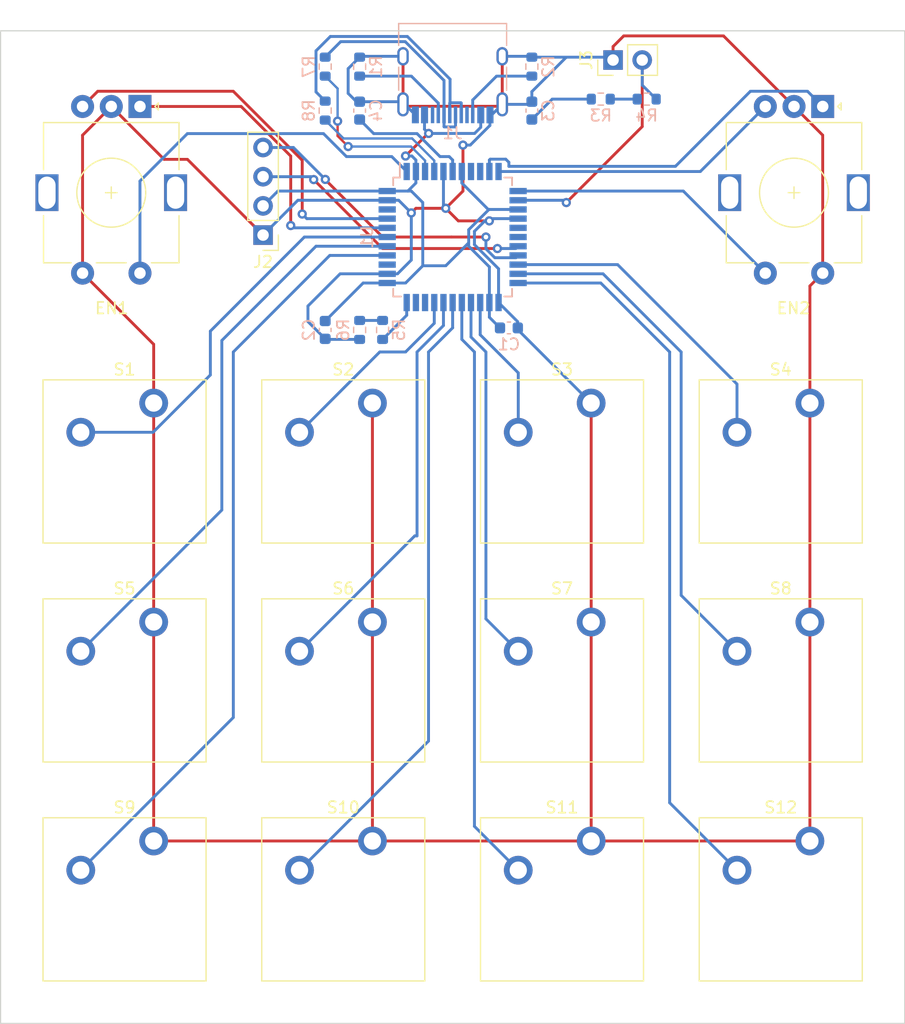
<source format=kicad_pcb>
(kicad_pcb (version 20221018) (generator pcbnew)
  (layers (0 "F.Cu" signal) (31 "B.Cu" signal) (34 "B.Paste" user) (35 "F.Paste" user) (36 "B.SilkS" user "B.Silkscreen") (37 "F.SilkS" user "F.Silkscreen") (38 "B.Mask" user) (39 "F.Mask" user) (44 "Edge.Cuts" user))
  (net 0 "")
  (net 1 "Rotary 1 A")
  (net 2 "Rotary 1 B")
  (net 3 "GND")
  (net 4 "Rotary 2 B")
  (net 5 "Rotary 2 A")
  (net 6 "S1")
  (net 7 "S2")
  (net 8 "S3")
  (net 9 "S4")
  (net 10 "S5")
  (net 11 "S6")
  (net 12 "S7")
  (net 13 "S8")
  (net 14 "S9")
  (net 15 "D-")
  (net 16 "D+")
  (net 17 "Net-(J1-CC1)")
  (net 18 "Net-(J1-CC2)")
  (net 19 "S10")
  (net 20 "S11")
  (net 21 "S12")
  (net 22 "S13")
  (net 23 "S14")
  (net 24 "+5V")
  (net 31 "SDA")
  (net 32 "SCL")
  (net 33 "Net-(U1-UCAP)")
  (net 34 "Reset")
  (net 35 "Net-(R3-Pad2)")
  (net 36 "Net-(U1-~{HWB}{slash}PE2)")
  (net 37 "Net-(R5-Pad2)")
  (net 40 "Net-(J1-D+-PadA6)")
  (net 41 "Net-(J1-D--PadA7)")
  (footprint "ScottoKeebs_MX:MX_PCB_1.00u" (layer "F.Cu") (at 136.46375 103.04375)
    (fp_text reference "S6" (at 0 -8) (layer "F.SilkS"))
    (fp_text value "Keyswitch")
    (pad "" np_thru_hole circle (at -5.08 0) (size 1.75 1.75) (drill 1.75) (layers "*.Cu" "*.Mask"))
    (pad "" np_thru_hole circle (at 0 0) (size 4 4) (drill 4) (layers "*.Cu" "*.Mask"))
    (pad "" np_thru_hole circle (at 5.08 0) (size 1.75 1.75) (drill 1.75) (layers "*.Cu" "*.Mask"))
    (pad "1" thru_hole circle (at -3.81 -2.54) (size 2.5 2.5) (drill 1.5) (layers "*.Cu" "*.Mask") (net 11 "S6"))
    (pad "2" thru_hole circle (at 2.54 -5.08) (size 2.5 2.5) (drill 1.5) (layers "*.Cu" "*.Mask") (net 3 "GND"))
  )
  (footprint "ScottoKeebs_MX:MX_PCB_1.00u" (layer "F.Cu") (at 174.56375 83.99375)
    (fp_text reference "S4" (at 0 -8) (layer "F.SilkS"))
    (fp_text value "Keyswitch")
    (pad "" np_thru_hole circle (at -5.08 0) (size 1.75 1.75) (drill 1.75) (layers "*.Cu" "*.Mask"))
    (pad "" np_thru_hole circle (at 0 0) (size 4 4) (drill 4) (layers "*.Cu" "*.Mask"))
    (pad "" np_thru_hole circle (at 5.08 0) (size 1.75 1.75) (drill 1.75) (layers "*.Cu" "*.Mask"))
    (pad "1" thru_hole circle (at -3.81 -2.54) (size 2.5 2.5) (drill 1.5) (layers "*.Cu" "*.Mask") (net 9 "S4"))
    (pad "2" thru_hole circle (at 2.54 -5.08) (size 2.5 2.5) (drill 1.5) (layers "*.Cu" "*.Mask") (net 3 "GND"))
  )
  (footprint "ScottoKeebs_MX:MX_PCB_1.00u" (layer "F.Cu") (at 136.46375 83.99375)
    (fp_text reference "S2" (at 0 -8) (layer "F.SilkS"))
    (fp_text value "Keyswitch")
    (pad "" np_thru_hole circle (at -5.08 0) (size 1.75 1.75) (drill 1.75) (layers "*.Cu" "*.Mask"))
    (pad "" np_thru_hole circle (at 0 0) (size 4 4) (drill 4) (layers "*.Cu" "*.Mask"))
    (pad "" np_thru_hole circle (at 5.08 0) (size 1.75 1.75) (drill 1.75) (layers "*.Cu" "*.Mask"))
    (pad "1" thru_hole circle (at -3.81 -2.54) (size 2.5 2.5) (drill 1.5) (layers "*.Cu" "*.Mask") (net 7 "S2"))
    (pad "2" thru_hole circle (at 2.54 -5.08) (size 2.5 2.5) (drill 1.5) (layers "*.Cu" "*.Mask") (net 3 "GND"))
  )
  (footprint "ScottoKeebs_MX:MX_PCB_1.00u" (layer "F.Cu") (at 174.56375 122.09375)
    (fp_text reference "S12" (at 0 -8) (layer "F.SilkS"))
    (fp_text value "Keyswitch")
    (pad "" np_thru_hole circle (at -5.08 0) (size 1.75 1.75) (drill 1.75) (layers "*.Cu" "*.Mask"))
    (pad "" np_thru_hole circle (at 0 0) (size 4 4) (drill 4) (layers "*.Cu" "*.Mask"))
    (pad "" np_thru_hole circle (at 5.08 0) (size 1.75 1.75) (drill 1.75) (layers "*.Cu" "*.Mask"))
    (pad "1" thru_hole circle (at -3.81 -2.54) (size 2.5 2.5) (drill 1.5) (layers "*.Cu" "*.Mask") (net 21 "S12"))
    (pad "2" thru_hole circle (at 2.54 -5.08) (size 2.5 2.5) (drill 1.5) (layers "*.Cu" "*.Mask") (net 3 "GND"))
  )
  (footprint "ScottoKeebs_MX:MX_PCB_1.00u" (layer "F.Cu") (at 117.41375 103.04375)
    (fp_text reference "S5" (at 0 -8) (layer "F.SilkS"))
    (fp_text value "Keyswitch")
    (pad "" np_thru_hole circle (at -5.08 0) (size 1.75 1.75) (drill 1.75) (layers "*.Cu" "*.Mask"))
    (pad "" np_thru_hole circle (at 0 0) (size 4 4) (drill 4) (layers "*.Cu" "*.Mask"))
    (pad "" np_thru_hole circle (at 5.08 0) (size 1.75 1.75) (drill 1.75) (layers "*.Cu" "*.Mask"))
    (pad "1" thru_hole circle (at -3.81 -2.54) (size 2.5 2.5) (drill 1.5) (layers "*.Cu" "*.Mask") (net 10 "S5"))
    (pad "2" thru_hole circle (at 2.54 -5.08) (size 2.5 2.5) (drill 1.5) (layers "*.Cu" "*.Mask") (net 3 "GND"))
  )
  (footprint "ScottoKeebs_MX:MX_PCB_1.00u" (layer "F.Cu") (at 155.51375 83.99375)
    (fp_text reference "S3" (at 0 -8) (layer "F.SilkS"))
    (fp_text value "Keyswitch")
    (pad "" np_thru_hole circle (at -5.08 0) (size 1.75 1.75) (drill 1.75) (layers "*.Cu" "*.Mask"))
    (pad "" np_thru_hole circle (at 0 0) (size 4 4) (drill 4) (layers "*.Cu" "*.Mask"))
    (pad "" np_thru_hole circle (at 5.08 0) (size 1.75 1.75) (drill 1.75) (layers "*.Cu" "*.Mask"))
    (pad "1" thru_hole circle (at -3.81 -2.54) (size 2.5 2.5) (drill 1.5) (layers "*.Cu" "*.Mask") (net 8 "S3"))
    (pad "2" thru_hole circle (at 2.54 -5.08) (size 2.5 2.5) (drill 1.5) (layers "*.Cu" "*.Mask") (net 3 "GND"))
  )
  (footprint "ScottoKeebs_MX:MX_PCB_1.00u" (layer "F.Cu") (at 155.51375 122.09375)
    (fp_text reference "S11" (at 0 -8) (layer "F.SilkS"))
    (fp_text value "Keyswitch")
    (pad "" np_thru_hole circle (at -5.08 0) (size 1.75 1.75) (drill 1.75) (layers "*.Cu" "*.Mask"))
    (pad "" np_thru_hole circle (at 0 0) (size 4 4) (drill 4) (layers "*.Cu" "*.Mask"))
    (pad "" np_thru_hole circle (at 5.08 0) (size 1.75 1.75) (drill 1.75) (layers "*.Cu" "*.Mask"))
    (pad "1" thru_hole circle (at -3.81 -2.54) (size 2.5 2.5) (drill 1.5) (layers "*.Cu" "*.Mask") (net 20 "S11"))
    (pad "2" thru_hole circle (at 2.54 -5.08) (size 2.5 2.5) (drill 1.5) (layers "*.Cu" "*.Mask") (net 3 "GND"))
  )
  (footprint "ScottoKeebs_MX:MX_PCB_1.00u" (layer "F.Cu") (at 117.41375 122.09375)
    (fp_text reference "S9" (at 0 -8) (layer "F.SilkS"))
    (fp_text value "Keyswitch")
    (pad "" np_thru_hole circle (at -5.08 0) (size 1.75 1.75) (drill 1.75) (layers "*.Cu" "*.Mask"))
    (pad "" np_thru_hole circle (at 0 0) (size 4 4) (drill 4) (layers "*.Cu" "*.Mask"))
    (pad "" np_thru_hole circle (at 5.08 0) (size 1.75 1.75) (drill 1.75) (layers "*.Cu" "*.Mask"))
    (pad "1" thru_hole circle (at -3.81 -2.54) (size 2.5 2.5) (drill 1.5) (layers "*.Cu" "*.Mask") (net 14 "S9"))
    (pad "2" thru_hole circle (at 2.54 -5.08) (size 2.5 2.5) (drill 1.5) (layers "*.Cu" "*.Mask") (net 3 "GND"))
  )
  (footprint "Connector_PinHeader_2.54mm:PinHeader_1x02_P2.54mm_Vertical" (layer "F.Cu") (at 159.95875 49.06875 90)
    (fp_text reference "J3" (at 0 -2.33 90) (layer "F.SilkS"))
    (fp_text value "Reset")
    (pad "1" thru_hole rect (at 0 0 90) (size 1.7 1.7) (drill 1) (layers "*.Cu" "*.Mask") (net 3 "GND"))
    (pad "2" thru_hole oval (at 0 2.54 90) (size 1.7 1.7) (drill 1) (layers "*.Cu" "*.Mask") (net 34 "Reset"))
  )
  (footprint "ScottoKeebs_MX:MX_PCB_1.00u" (layer "F.Cu") (at 136.46375 122.09375)
    (fp_text reference "S10" (at 0 -8) (layer "F.SilkS"))
    (fp_text value "Keyswitch")
    (pad "" np_thru_hole circle (at -5.08 0) (size 1.75 1.75) (drill 1.75) (layers "*.Cu" "*.Mask"))
    (pad "" np_thru_hole circle (at 0 0) (size 4 4) (drill 4) (layers "*.Cu" "*.Mask"))
    (pad "" np_thru_hole circle (at 5.08 0) (size 1.75 1.75) (drill 1.75) (layers "*.Cu" "*.Mask"))
    (pad "1" thru_hole circle (at -3.81 -2.54) (size 2.5 2.5) (drill 1.5) (layers "*.Cu" "*.Mask") (net 19 "S10"))
    (pad "2" thru_hole circle (at 2.54 -5.08) (size 2.5 2.5) (drill 1.5) (layers "*.Cu" "*.Mask") (net 3 "GND"))
  )
  (footprint "Rotary_Encoder:RotaryEncoder_Alps_EC11E-Switch_Vertical_H20mm" (layer "F.Cu") (at 178.21875 53.10875 -90)
    (fp_text reference "EN2" (at 17.55 2.54375) (layer "F.SilkS"))
    (fp_text value "RotaryEncoder_Switch")
    (pad "A" thru_hole rect (at 0 0 270) (size 2 2) (drill 1) (layers "*.Cu" "*.Mask") (net 4 "Rotary 2 B"))
    (pad "B" thru_hole circle (at 0 5 270) (size 2 2) (drill 1) (layers "*.Cu" "*.Mask") (net 5 "Rotary 2 A"))
    (pad "C" thru_hole circle (at 0 2.5 270) (size 2 2) (drill 1) (layers "*.Cu" "*.Mask") (net 3 "GND"))
    (pad "MP" thru_hole rect (at 7.5 -3.1 270) (size 3.2 2) (drill oval 2.8 1.5) (layers "*.Cu" "*.Mask"))
    (pad "MP" thru_hole rect (at 7.5 8.1 270) (size 3.2 2) (drill oval 2.8 1.5) (layers "*.Cu" "*.Mask"))
    (pad "S1" thru_hole circle (at 14.5 5 270) (size 2 2) (drill 1) (layers "*.Cu" "*.Mask") (net 23 "S14"))
    (pad "S2" thru_hole circle (at 14.5 0 270) (size 2 2) (drill 1) (layers "*.Cu" "*.Mask") (net 3 "GND"))
  )
  (footprint "ScottoKeebs_MX:MX_PCB_1.00u" (layer "F.Cu") (at 117.41375 83.99375)
    (fp_text reference "S1" (at 0 -8) (layer "F.SilkS"))
    (fp_text value "Keyswitch")
    (pad "" np_thru_hole circle (at -5.08 0) (size 1.75 1.75) (drill 1.75) (layers "*.Cu" "*.Mask"))
    (pad "" np_thru_hole circle (at 0 0) (size 4 4) (drill 4) (layers "*.Cu" "*.Mask"))
    (pad "" np_thru_hole circle (at 5.08 0) (size 1.75 1.75) (drill 1.75) (layers "*.Cu" "*.Mask"))
    (pad "1" thru_hole circle (at -3.81 -2.54) (size 2.5 2.5) (drill 1.5) (layers "*.Cu" "*.Mask") (net 6 "S1"))
    (pad "2" thru_hole circle (at 2.54 -5.08) (size 2.5 2.5) (drill 1.5) (layers "*.Cu" "*.Mask") (net 3 "GND"))
  )
  (footprint "Connector_PinHeader_2.54mm:PinHeader_1x04_P2.54mm_Vertical" (layer "F.Cu") (at 129.47875 64.29875 180)
    (fp_text reference "J2" (at 0 -2.33) (layer "F.SilkS"))
    (fp_text value "OLED")
    (pad "1" thru_hole rect (at 0 0 180) (size 1.7 1.7) (drill 1) (layers "*.Cu" "*.Mask") (net 3 "GND"))
    (pad "2" thru_hole oval (at 0 2.54 180) (size 1.7 1.7) (drill 1) (layers "*.Cu" "*.Mask") (net 24 "+5V"))
    (pad "3" thru_hole oval (at 0 5.08 180) (size 1.7 1.7) (drill 1) (layers "*.Cu" "*.Mask") (net 32 "SCL"))
    (pad "4" thru_hole oval (at 0 7.62 180) (size 1.7 1.7) (drill 1) (layers "*.Cu" "*.Mask") (net 31 "SDA"))
  )
  (footprint "ScottoKeebs_MX:MX_PCB_1.00u" (layer "F.Cu") (at 174.56375 103.04375)
    (fp_text reference "S8" (at 0 -8) (layer "F.SilkS"))
    (fp_text value "Keyswitch")
    (pad "" np_thru_hole circle (at -5.08 0) (size 1.75 1.75) (drill 1.75) (layers "*.Cu" "*.Mask"))
    (pad "" np_thru_hole circle (at 0 0) (size 4 4) (drill 4) (layers "*.Cu" "*.Mask"))
    (pad "" np_thru_hole circle (at 5.08 0) (size 1.75 1.75) (drill 1.75) (layers "*.Cu" "*.Mask"))
    (pad "1" thru_hole circle (at -3.81 -2.54) (size 2.5 2.5) (drill 1.5) (layers "*.Cu" "*.Mask") (net 13 "S8"))
    (pad "2" thru_hole circle (at 2.54 -5.08) (size 2.5 2.5) (drill 1.5) (layers "*.Cu" "*.Mask") (net 3 "GND"))
  )
  (footprint "ScottoKeebs_MX:MX_PCB_1.00u" (layer "F.Cu") (at 155.51375 103.04375)
    (fp_text reference "S7" (at 0 -8) (layer "F.SilkS"))
    (fp_text value "Keyswitch")
    (pad "" np_thru_hole circle (at -5.08 0) (size 1.75 1.75) (drill 1.75) (layers "*.Cu" "*.Mask"))
    (pad "" np_thru_hole circle (at 0 0) (size 4 4) (drill 4) (layers "*.Cu" "*.Mask"))
    (pad "" np_thru_hole circle (at 5.08 0) (size 1.75 1.75) (drill 1.75) (layers "*.Cu" "*.Mask"))
    (pad "1" thru_hole circle (at -3.81 -2.54) (size 2.5 2.5) (drill 1.5) (layers "*.Cu" "*.Mask") (net 12 "S7"))
    (pad "2" thru_hole circle (at 2.54 -5.08) (size 2.5 2.5) (drill 1.5) (layers "*.Cu" "*.Mask") (net 3 "GND"))
  )
  (footprint "Rotary_Encoder:RotaryEncoder_Alps_EC11E-Switch_Vertical_H20mm" (layer "F.Cu") (at 118.75875 53.10875 -90)
    (fp_text reference "EN1" (at 17.55 2.45625) (layer "F.SilkS"))
    (fp_text value "RotaryEncoder_Switch")
    (pad "A" thru_hole rect (at 0 0 270) (size 2 2) (drill 1) (layers "*.Cu" "*.Mask") (net 1 "Rotary 1 A"))
    (pad "B" thru_hole circle (at 0 5 270) (size 2 2) (drill 1) (layers "*.Cu" "*.Mask") (net 2 "Rotary 1 B"))
    (pad "C" thru_hole circle (at 0 2.5 270) (size 2 2) (drill 1) (layers "*.Cu" "*.Mask") (net 3 "GND"))
    (pad "MP" thru_hole rect (at 7.5 -3.1 270) (size 3.2 2) (drill oval 2.8 1.5) (layers "*.Cu" "*.Mask"))
    (pad "MP" thru_hole rect (at 7.5 8.1 270) (size 3.2 2) (drill oval 2.8 1.5) (layers "*.Cu" "*.Mask"))
    (pad "S1" thru_hole circle (at 14.5 5 270) (size 2 2) (drill 1) (layers "*.Cu" "*.Mask") (net 3 "GND"))
    (pad "S2" thru_hole circle (at 14.5 0 270) (size 2 2) (drill 1) (layers "*.Cu" "*.Mask") (net 22 "S13"))
  )
  (footprint "Resistor_SMD:R_0603_1608Metric" (layer "B.Cu") (at 162.88875 52.46875)
    (fp_text reference "R4" (at 0 1.43) (layer "B.SilkS") (effects (justify mirror)))
    (fp_text value "5.1k")
    (pad "1" smd roundrect (at -0.825 0) (size 0.8 0.95) (layers "B.Cu" "B.Paste" "B.Mask") (net 35 "Net-(R3-Pad2)"))
    (pad "2" smd roundrect (at 0.825 0) (size 0.8 0.95) (layers "B.Cu" "B.Paste" "B.Mask") (net 34 "Reset"))
  )
  (footprint "Capacitor_SMD:C_0603_1608Metric" (layer "B.Cu") (at 137.88875 53.46875 90)
    (fp_text reference "C4" (at 0 1.43 90) (layer "B.SilkS") (effects (justify mirror)))
    (fp_text value "1uF")
    (pad "1" smd roundrect (at -0.775 0 90) (size 0.9 0.95) (layers "B.Cu" "B.Paste" "B.Mask") (net 33 "Net-(U1-UCAP)"))
    (pad "2" smd roundrect (at 0.775 0 90) (size 0.9 0.95) (layers "B.Cu" "B.Paste" "B.Mask") (net 3 "GND"))
  )
  (footprint "Capacitor_SMD:C_0603_1608Metric" (layer "B.Cu") (at 150.88875 72.375)
    (fp_text reference "C1" (at 0 1.43) (layer "B.SilkS") (effects (justify mirror)))
    (fp_text value "100nF")
    (pad "1" smd roundrect (at -0.775 0) (size 0.9 0.95) (layers "B.Cu" "B.Paste" "B.Mask") (net 24 "+5V"))
    (pad "2" smd roundrect (at 0.775 0) (size 0.9 0.95) (layers "B.Cu" "B.Paste" "B.Mask") (net 3 "GND"))
  )
  (footprint "Capacitor_SMD:C_0603_1608Metric" (layer "B.Cu") (at 134.88875 72.55 -90)
    (fp_text reference "C2" (at 0 1.43 90) (layer "B.SilkS") (effects (justify mirror)))
    (fp_text value "100nF")
    (pad "1" smd roundrect (at -0.775 0 270) (size 0.9 0.95) (layers "B.Cu" "B.Paste" "B.Mask") (net 24 "+5V"))
    (pad "2" smd roundrect (at 0.775 0 270) (size 0.9 0.95) (layers "B.Cu" "B.Paste" "B.Mask") (net 3 "GND"))
  )
  (footprint "Resistor_SMD:R_0603_1608Metric" (layer "B.Cu") (at 139.88875 72.55 90)
    (fp_text reference "R5" (at 0 1.43 90) (layer "B.SilkS") (effects (justify mirror)))
    (fp_text value "5.1k")
    (pad "1" smd roundrect (at -0.825 0 90) (size 0.8 0.95) (layers "B.Cu" "B.Paste" "B.Mask") (net 36 "Net-(U1-~{HWB}{slash}PE2)"))
    (pad "2" smd roundrect (at 0.825 0 90) (size 0.8 0.95) (layers "B.Cu" "B.Paste" "B.Mask") (net 37 "Net-(R5-Pad2)"))
  )
  (footprint "Resistor_SMD:R_0603_1608Metric" (layer "B.Cu") (at 152.88875 49.64375 90)
    (fp_text reference "R2" (at 0 1.43 90) (layer "B.SilkS") (effects (justify mirror)))
    (fp_text value "5.1k")
    (pad "1" smd roundrect (at -0.825 0 90) (size 0.8 0.95) (layers "B.Cu" "B.Paste" "B.Mask") (net 18 "Net-(J1-CC2)"))
    (pad "2" smd roundrect (at 0.825 0 90) (size 0.8 0.95) (layers "B.Cu" "B.Paste" "B.Mask") (net 3 "GND"))
  )
  (footprint "Resistor_SMD:R_0603_1608Metric" (layer "B.Cu") (at 134.88875 49.64375 -90)
    (fp_text reference "R7" (at 0 1.43 90) (layer "B.SilkS") (effects (justify mirror)))
    (fp_text value "22")
    (pad "1" smd roundrect (at -0.825 0 270) (size 0.8 0.95) (layers "B.Cu" "B.Paste" "B.Mask") (net 41 "Net-(J1-D--PadA7)"))
    (pad "2" smd roundrect (at 0.825 0 270) (size 0.8 0.95) (layers "B.Cu" "B.Paste" "B.Mask") (net 15 "D-"))
  )
  (footprint "Resistor_SMD:R_0603_1608Metric" (layer "B.Cu") (at 158.88875 52.46875)
    (fp_text reference "R3" (at 0 1.43) (layer "B.SilkS") (effects (justify mirror)))
    (fp_text value "5.1k")
    (pad "1" smd roundrect (at -0.825 0) (size 0.8 0.95) (layers "B.Cu" "B.Paste" "B.Mask") (net 24 "+5V"))
    (pad "2" smd roundrect (at 0.825 0) (size 0.8 0.95) (layers "B.Cu" "B.Paste" "B.Mask") (net 35 "Net-(R3-Pad2)"))
  )
  (footprint "Package_QFP:TQFP-44_10x10mm_P0.8mm" (layer "B.Cu") (at 145.98875 64.46875 -90)
    (fp_text reference "U1" (at 0 7.45 -270) (layer "B.SilkS") (effects (justify mirror)))
    (fp_text value "ATMEGA32U4-AUR")
    (pad "1" smd rect (at -5.7 4 270) (size 1.5 0.55) (layers "B.Cu" "B.Paste" "B.Mask") (net 22 "S13"))
    (pad "2" smd rect (at -5.7 3.2 270) (size 1.5 0.55) (layers "B.Cu" "B.Paste" "B.Mask") (net 24 "+5V"))
    (pad "3" smd rect (at -5.7 2.4 270) (size 1.5 0.55) (layers "B.Cu" "B.Paste" "B.Mask") (net 15 "D-"))
    (pad "4" smd rect (at -5.7 1.6 270) (size 1.5 0.55) (layers "B.Cu" "B.Paste" "B.Mask") (net 16 "D+"))
    (pad "5" smd rect (at -5.7 0.8 270) (size 1.5 0.55) (layers "B.Cu" "B.Paste" "B.Mask") (net 3 "GND"))
    (pad "6" smd rect (at -5.7 0 270) (size 1.5 0.55) (layers "B.Cu" "B.Paste" "B.Mask") (net 33 "Net-(U1-UCAP)"))
    (pad "7" smd rect (at -5.7 -0.8 270) (size 1.5 0.55) (layers "B.Cu" "B.Paste" "B.Mask") (net 24 "+5V"))
    (pad "8" smd rect (at -5.7 -1.6 270) (size 1.5 0.55) (layers "B.Cu" "B.Paste" "B.Mask"))
    (pad "9" smd rect (at -5.7 -2.4 270) (size 1.5 0.55) (layers "B.Cu" "B.Paste" "B.Mask"))
    (pad "10" smd rect (at -5.7 -3.2 270) (size 1.5 0.55) (layers "B.Cu" "B.Paste" "B.Mask") (net 4 "Rotary 2 B"))
    (pad "11" smd rect (at -5.7 -4 270) (size 1.5 0.55) (layers "B.Cu" "B.Paste" "B.Mask") (net 5 "Rotary 2 A"))
    (pad "12" smd rect (at -4 -5.7 180) (size 1.5 0.55) (layers "B.Cu" "B.Paste" "B.Mask") (net 23 "S14"))
    (pad "13" smd rect (at -3.2 -5.7 180) (size 1.5 0.55) (layers "B.Cu" "B.Paste" "B.Mask") (net 34 "Reset"))
    (pad "14" smd rect (at -2.4 -5.7 180) (size 1.5 0.55) (layers "B.Cu" "B.Paste" "B.Mask") (net 24 "+5V"))
    (pad "15" smd rect (at -1.6 -5.7 180) (size 1.5 0.55) (layers "B.Cu" "B.Paste" "B.Mask") (net 3 "GND"))
    (pad "16" smd rect (at -0.8 -5.7 180) (size 1.5 0.55) (layers "B.Cu" "B.Paste" "B.Mask"))
    (pad "17" smd rect (at 0 -5.7 180) (size 1.5 0.55) (layers "B.Cu" "B.Paste" "B.Mask"))
    (pad "18" smd rect (at 0.8 -5.7 180) (size 1.5 0.55) (layers "B.Cu" "B.Paste" "B.Mask") (net 32 "SCL"))
    (pad "19" smd rect (at 1.6 -5.7 180) (size 1.5 0.55) (layers "B.Cu" "B.Paste" "B.Mask") (net 31 "SDA"))
    (pad "20" smd rect (at 2.4 -5.7 180) (size 1.5 0.55) (layers "B.Cu" "B.Paste" "B.Mask") (net 9 "S4"))
    (pad "21" smd rect (at 3.2 -5.7 180) (size 1.5 0.55) (layers "B.Cu" "B.Paste" "B.Mask") (net 13 "S8"))
    (pad "22" smd rect (at 4 -5.7 180) (size 1.5 0.55) (layers "B.Cu" "B.Paste" "B.Mask") (net 21 "S12"))
    (pad "23" smd rect (at 5.7 -4 270) (size 1.5 0.55) (layers "B.Cu" "B.Paste" "B.Mask") (net 3 "GND"))
    (pad "24" smd rect (at 5.7 -3.2 270) (size 1.5 0.55) (layers "B.Cu" "B.Paste" "B.Mask") (net 24 "+5V"))
    (pad "25" smd rect (at 5.7 -2.4 270) (size 1.5 0.55) (layers "B.Cu" "B.Paste" "B.Mask") (net 8 "S3"))
    (pad "26" smd rect (at 5.7 -1.6 270) (size 1.5 0.55) (layers "B.Cu" "B.Paste" "B.Mask") (net 12 "S7"))
    (pad "27" smd rect (at 5.7 -0.8 270) (size 1.5 0.55) (layers "B.Cu" "B.Paste" "B.Mask") (net 20 "S11"))
    (pad "28" smd rect (at 5.7 0 270) (size 1.5 0.55) (layers "B.Cu" "B.Paste" "B.Mask") (net 19 "S10"))
    (pad "29" smd rect (at 5.7 0.8 270) (size 1.5 0.55) (layers "B.Cu" "B.Paste" "B.Mask") (net 11 "S6"))
    (pad "30" smd rect (at 5.7 1.6 270) (size 1.5 0.55) (layers "B.Cu" "B.Paste" "B.Mask") (net 7 "S2"))
    (pad "31" smd rect (at 5.7 2.4 270) (size 1.5 0.55) (layers "B.Cu" "B.Paste" "B.Mask"))
    (pad "32" smd rect (at 5.7 3.2 270) (size 1.5 0.55) (layers "B.Cu" "B.Paste" "B.Mask"))
    (pad "33" smd rect (at 5.7 4 270) (size 1.5 0.55) (layers "B.Cu" "B.Paste" "B.Mask") (net 36 "Net-(U1-~{HWB}{slash}PE2)"))
    (pad "34" smd rect (at 4 5.7 180) (size 1.5 0.55) (layers "B.Cu" "B.Paste" "B.Mask") (net 24 "+5V"))
    (pad "35" smd rect (at 3.2 5.7 180) (size 1.5 0.55) (layers "B.Cu" "B.Paste" "B.Mask") (net 3 "GND"))
    (pad "36" smd rect (at 2.4 5.7 180) (size 1.5 0.55) (layers "B.Cu" "B.Paste" "B.Mask"))
    (pad "37" smd rect (at 1.6 5.7 180) (size 1.5 0.55) (layers "B.Cu" "B.Paste" "B.Mask") (net 14 "S9"))
    (pad "38" smd rect (at 0.8 5.7 180) (size 1.5 0.55) (layers "B.Cu" "B.Paste" "B.Mask") (net 10 "S5"))
    (pad "39" smd rect (at 0 5.7 180) (size 1.5 0.55) (layers "B.Cu" "B.Paste" "B.Mask") (net 6 "S1"))
    (pad "40" smd rect (at -0.8 5.7 180) (size 1.5 0.55) (layers "B.Cu" "B.Paste" "B.Mask") (net 1 "Rotary 1 A"))
    (pad "41" smd rect (at -1.6 5.7 180) (size 1.5 0.55) (layers "B.Cu" "B.Paste" "B.Mask") (net 2 "Rotary 1 B"))
    (pad "42" smd rect (at -2.4 5.7 180) (size 1.5 0.55) (layers "B.Cu" "B.Paste" "B.Mask"))
    (pad "43" smd rect (at -3.2 5.7 180) (size 1.5 0.55) (layers "B.Cu" "B.Paste" "B.Mask") (net 3 "GND"))
    (pad "44" smd rect (at -4 5.7 180) (size 1.5 0.55) (layers "B.Cu" "B.Paste" "B.Mask") (net 24 "+5V"))
  )
  (footprint "Connector_USB:USB_C_Receptacle_HRO_TYPE-C-31-M-12" (layer "B.Cu") (at 145.98875 49.79375)
    (fp_text reference "J1" (at 0 5.645) (layer "B.SilkS") (effects (justify mirror)))
    (fp_text value "USB_C_Receptacle_USB2.0")
    (pad "" np_thru_hole circle (at -2.89 2.6) (size 0.65 0.65) (drill 0.65) (layers "*.Cu" "*.Mask"))
    (pad "" np_thru_hole circle (at 2.89 2.6) (size 0.65 0.65) (drill 0.65) (layers "*.Cu" "*.Mask"))
    (pad "A1" smd rect (at -3.25 4.045) (size 0.6 1.45) (layers "B.Cu" "B.Paste" "B.Mask") (net 3 "GND"))
    (pad "A4" smd rect (at -2.45 4.045) (size 0.6 1.45) (layers "B.Cu" "B.Paste" "B.Mask") (net 24 "+5V"))
    (pad "A5" smd rect (at -1.25 4.045) (size 0.3 1.45) (layers "B.Cu" "B.Paste" "B.Mask") (net 17 "Net-(J1-CC1)"))
    (pad "A6" smd rect (at -0.25 4.045) (size 0.3 1.45) (layers "B.Cu" "B.Paste" "B.Mask") (net 40 "Net-(J1-D+-PadA6)"))
    (pad "A7" smd rect (at 0.25 4.045) (size 0.3 1.45) (layers "B.Cu" "B.Paste" "B.Mask") (net 41 "Net-(J1-D--PadA7)"))
    (pad "A8" smd rect (at 1.25 4.045) (size 0.3 1.45) (layers "B.Cu" "B.Paste" "B.Mask"))
    (pad "A9" smd rect (at 2.45 4.045) (size 0.6 1.45) (layers "B.Cu" "B.Paste" "B.Mask") (net 24 "+5V"))
    (pad "A12" smd rect (at 3.25 4.045) (size 0.6 1.45) (layers "B.Cu" "B.Paste" "B.Mask") (net 3 "GND"))
    (pad "B1" smd rect (at 3.25 4.045) (size 0.6 1.45) (layers "B.Cu" "B.Paste" "B.Mask") (net 3 "GND"))
    (pad "B4" smd rect (at 2.45 4.045) (size 0.6 1.45) (layers "B.Cu" "B.Paste" "B.Mask") (net 24 "+5V"))
    (pad "B5" smd rect (at 1.75 4.045) (size 0.3 1.45) (layers "B.Cu" "B.Paste" "B.Mask") (net 18 "Net-(J1-CC2)"))
    (pad "B6" smd rect (at 0.75 4.045) (size 0.3 1.45) (layers "B.Cu" "B.Paste" "B.Mask") (net 40 "Net-(J1-D+-PadA6)"))
    (pad "B7" smd rect (at -0.75 4.045) (size 0.3 1.45) (layers "B.Cu" "B.Paste" "B.Mask") (net 41 "Net-(J1-D--PadA7)"))
    (pad "B8" smd rect (at -1.75 4.045) (size 0.3 1.45) (layers "B.Cu" "B.Paste" "B.Mask"))
    (pad "B9" smd rect (at -2.45 4.045) (size 0.6 1.45) (layers "B.Cu" "B.Paste" "B.Mask") (net 24 "+5V"))
    (pad "B12" smd rect (at -3.25 4.045) (size 0.6 1.45) (layers "B.Cu" "B.Paste" "B.Mask") (net 3 "GND"))
    (pad "S1" thru_hole oval (at -4.32 -1.05) (size 1 1.6) (drill oval 0.6 1.2) (layers "*.Cu" "*.Mask") (net 3 "GND"))
    (pad "S1" thru_hole oval (at -4.32 3.13) (size 1 2.1) (drill oval 0.6 1.7) (layers "*.Cu" "*.Mask") (net 3 "GND"))
    (pad "S1" thru_hole oval (at 4.32 -1.05) (size 1 1.6) (drill oval 0.6 1.2) (layers "*.Cu" "*.Mask") (net 3 "GND"))
    (pad "S1" thru_hole oval (at 4.32 3.13) (size 1 2.1) (drill oval 0.6 1.7) (layers "*.Cu" "*.Mask") (net 3 "GND"))
  )
  (footprint "Capacitor_SMD:C_0603_1608Metric" (layer "B.Cu") (at 152.88875 53.46875 90)
    (fp_text reference "C3" (at 0 1.43 90) (layer "B.SilkS") (effects (justify mirror)))
    (fp_text value "4.7uF")
    (pad "1" smd roundrect (at -0.775 0 90) (size 0.9 0.95) (layers "B.Cu" "B.Paste" "B.Mask") (net 24 "+5V"))
    (pad "2" smd roundrect (at 0.775 0 90) (size 0.9 0.95) (layers "B.Cu" "B.Paste" "B.Mask") (net 3 "GND"))
  )
  (footprint "Resistor_SMD:R_0603_1608Metric" (layer "B.Cu") (at 134.88875 53.46875 -90)
    (fp_text reference "R8" (at 0 1.43 90) (layer "B.SilkS") (effects (justify mirror)))
    (fp_text value "22")
    (pad "1" smd roundrect (at -0.825 0 270) (size 0.8 0.95) (layers "B.Cu" "B.Paste" "B.Mask") (net 40 "Net-(J1-D+-PadA6)"))
    (pad "2" smd roundrect (at 0.825 0 270) (size 0.8 0.95) (layers "B.Cu" "B.Paste" "B.Mask") (net 16 "D+"))
  )
  (footprint "Resistor_SMD:R_0603_1608Metric" (layer "B.Cu") (at 137.88875 49.64375 90)
    (fp_text reference "R1" (at 0 1.43 90) (layer "B.SilkS") (effects (justify mirror)))
    (fp_text value "5.1k")
    (pad "1" smd roundrect (at -0.825 0 90) (size 0.8 0.95) (layers "B.Cu" "B.Paste" "B.Mask") (net 17 "Net-(J1-CC1)"))
    (pad "2" smd roundrect (at 0.825 0 90) (size 0.8 0.95) (layers "B.Cu" "B.Paste" "B.Mask") (net 3 "GND"))
  )
  (footprint "Resistor_SMD:R_0603_1608Metric" (layer "B.Cu") (at 137.88875 72.55 -90)
    (fp_text reference "R6" (at 0 1.43 90) (layer "B.SilkS") (effects (justify mirror)))
    (fp_text value "5.1k")
    (pad "1" smd roundrect (at -0.825 0 270) (size 0.8 0.95) (layers "B.Cu" "B.Paste" "B.Mask") (net 37 "Net-(R5-Pad2)"))
    (pad "2" smd roundrect (at 0.825 0 270) (size 0.8 0.95) (layers "B.Cu" "B.Paste" "B.Mask") (net 3 "GND"))
  )
  (gr_rect (start 106.61875 46.52875) (end 185.35875 132.88875) (stroke (width 0.1)) (fill none) (layer "Edge.Cuts"))
  (segment (start 127.570451 53.10875) (end 131.88875 57.427049) (width 0.25) (layer "F.Cu") (net 1))
  (segment (start 118.75875 53.10875) (end 127.570451 53.10875) (width 0.25) (layer "F.Cu") (net 1))
  (segment (start 131.88875 57.427049) (end 131.88875 63.46875) (width 0.25) (layer "F.Cu") (net 1))
  (via (at 131.88875 63.46875) (size 0.8) (drill 0.4) (layers "F.Cu" "B.Cu") (net 1))
  (segment (start 131.88875 63.46875) (end 132.08875 63.66875) (width 0.25) (layer "B.Cu") (net 1))
  (segment (start 132.08875 63.66875) (end 140.28875 63.66875) (width 0.25) (layer "B.Cu") (net 1))
  (segment (start 132.88875 57.790653) (end 132.88875 62.46875) (width 0.25) (layer "F.Cu") (net 2))
  (segment (start 113.75875 53.10875) (end 115.08375 51.78375) (width 0.25) (layer "F.Cu") (net 2))
  (segment (start 126.881847 51.78375) (end 132.88875 57.790653) (width 0.25) (layer "F.Cu") (net 2))
  (segment (start 115.08375 51.78375) (end 126.881847 51.78375) (width 0.25) (layer "F.Cu") (net 2))
  (via (at 132.88875 62.46875) (size 0.8) (drill 0.4) (layers "F.Cu" "B.Cu") (net 2))
  (segment (start 132.88875 62.46875) (end 133.28875 62.86875) (width 0.25) (layer "B.Cu") (net 2))
  (segment (start 133.28875 62.86875) (end 140.28875 62.86875) (width 0.25) (layer "B.Cu") (net 2))
  (segment (start 160.88875 46.96875) (end 159.95875 47.89875) (width 0.25) (layer "F.Cu") (net 3))
  (segment (start 146.482852 63.062852) (end 149.182852 63.062852) (width 0.25) (layer "F.Cu") (net 3))
  (segment (start 113.75875 67.60875) (end 113.75875 55.60875) (width 0.25) (layer "F.Cu") (net 3))
  (segment (start 145.38875 61.96875) (end 142.78875 61.96875) (width 0.25) (layer "F.Cu") (net 3))
  (segment (start 150.13875 53.09375) (end 150.30875 52.92375) (width 0.25) (layer "F.Cu") (net 3))
  (segment (start 150.30875 48.74375) (end 150.30875 52.92375) (width 0.25) (layer "F.Cu") (net 3))
  (segment (start 169.57875 46.96875) (end 160.88875 46.96875) (width 0.25) (layer "F.Cu") (net 3))
  (segment (start 145.38875 61.96875) (end 146.482852 63.062852) (width 0.25) (layer "F.Cu") (net 3))
  (segment (start 175.71875 53.10875) (end 169.57875 46.96875) (width 0.25) (layer "F.Cu") (net 3))
  (segment (start 139.00375 78.91375) (end 139.00375 117.01375) (width 0.25) (layer "F.Cu") (net 3))
  (segment (start 129.47875 64.29875) (end 122.88875 57.70875) (width 0.25) (layer "F.Cu") (net 3))
  (segment (start 120.85875 57.70875) (end 116.25875 53.10875) (width 0.25) (layer "F.Cu") (net 3))
  (segment (start 122.88875 57.70875) (end 120.85875 57.70875) (width 0.25) (layer "F.Cu") (net 3))
  (segment (start 141.83875 53.09375) (end 150.13875 53.09375) (width 0.25) (layer "F.Cu") (net 3))
  (segment (start 119.95375 78.91375) (end 119.95375 117.01375) (width 0.25) (layer "F.Cu") (net 3))
  (segment (start 177.10375 68.72375) (end 178.21875 67.60875) (width 0.25) (layer "F.Cu") (net 3))
  (segment (start 159.95875 47.89875) (end 159.95875 49.06875) (width 0.25) (layer "F.Cu") (net 3))
  (segment (start 119.95375 73.80375) (end 113.75875 67.60875) (width 0.25) (layer "F.Cu") (net 3))
  (segment (start 146.88875 60.46875) (end 146.88875 56.46875) (width 0.25) (layer "F.Cu") (net 3))
  (segment (start 113.75875 55.60875) (end 116.25875 53.10875) (width 0.25) (layer "F.Cu") (net 3))
  (segment (start 177.10375 78.91375) (end 177.10375 68.72375) (width 0.25) (layer "F.Cu") (net 3))
  (segment (start 119.95375 78.91375) (end 119.95375 73.80375) (width 0.25) (layer "F.Cu") (net 3))
  (segment (start 119.95375 117.01375) (end 177.10375 117.01375) (width 0.25) (layer "F.Cu") (net 3))
  (segment (start 141.66875 52.92375) (end 141.83875 53.09375) (width 0.25) (layer "F.Cu") (net 3))
  (segment (start 178.21875 55.60875) (end 175.71875 53.10875) (width 0.25) (layer "F.Cu") (net 3))
  (segment (start 145.38875 61.96875) (end 146.88875 60.46875) (width 0.25) (layer "F.Cu") (net 3))
  (segment (start 158.05375 78.91375) (end 158.05375 117.01375) (width 0.25) (layer "F.Cu") (net 3))
  (segment (start 178.21875 67.60875) (end 178.21875 55.60875) (width 0.25) (layer "F.Cu") (net 3))
  (segment (start 142.78875 61.96875) (end 142.38875 62.36875) (width 0.25) (layer "F.Cu") (net 3))
  (segment (start 177.10375 78.91375) (end 177.10375 117.01375) (width 0.25) (layer "F.Cu") (net 3))
  (segment (start 141.66875 48.74375) (end 141.66875 52.92375) (width 0.25) (layer "F.Cu") (net 3))
  (via (at 149.182852 63.062852) (size 0.8) (drill 0.4) (layers "F.Cu" "B.Cu") (net 3))
  (via (at 142.38875 62.36875) (size 0.8) (drill 0.4) (layers "F.Cu" "B.Cu") (net 3))
  (via (at 146.88875 56.46875) (size 0.8) (drill 0.4) (layers "F.Cu" "B.Cu") (net 3))
  (via (at 145.38875 61.96875) (size 0.8) (drill 0.4) (layers "F.Cu" "B.Cu") (net 3))
  (segment (start 152.81375 48.74375) (end 152.88875 48.81875) (width 0.25) (layer "B.Cu") (net 3))
  (segment (start 133.38875 71.825) (end 133.38875 70.46875) (width 0.25) (layer "B.Cu") (net 3))
  (segment (start 140.28875 67.66875) (end 136.18875 67.66875) (width 0.25) (layer "B.Cu") (net 3))
  (segment (start 147.88875 65.130451) (end 147.88875 63.96875) (width 0.25) (layer "B.Cu") (net 3))
  (segment (start 152.88875 51.81875) (end 155.88875 48.81875) (width 0.25) (layer "B.Cu") (net 3))
  (segment (start 137.88875 52.69375) (end 141.43875 52.69375) (width 0.25) (layer "B.Cu") (net 3))
  (segment (start 149.98875 70.16875) (end 149.98875 67.230451) (width 0.25) (layer "B.Cu") (net 3))
  (segment (start 151.66375 72.52375) (end 151.66375 72.375) (width 0.25) (layer "B.Cu") (net 3))
  (segment (start 141.28875 61.26875) (end 142.38875 62.36875) (width 0.25) (layer "B.Cu") (net 3))
  (segment (start 137.88875 52.69375) (end 137.61375 52.69375) (width 0.25) (layer "B.Cu") (net 3))
  (segment (start 145.18875 61.76875) (end 145.38875 61.96875) (width 0.25) (layer "B.Cu") (net 3))
  (segment (start 151.66375 71.84375) (end 151.66375 72.375) (width 0.25) (layer "B.Cu") (net 3))
  (segment (start 137.88875 73.375) (end 134.93875 73.375) (width 0.25) (layer "B.Cu") (net 3))
  (segment (start 142.38875 66.46875) (end 141.18875 67.66875) (width 0.25) (layer "B.Cu") (net 3))
  (segment (start 141.43875 52.69375) (end 141.66875 52.92375) (width 0.25) (layer "B.Cu") (net 3))
  (segment (start 149.39375 53.83875) (end 150.30875 52.92375) (width 0.25) (layer "B.Cu") (net 3))
  (segment (start 150.30875 52.92375) (end 152.65875 52.92375) (width 0.25) (layer "B.Cu") (net 3))
  (segment (start 149.98875 67.230451) (end 147.88875 65.130451) (width 0.25) (layer "B.Cu") (net 3))
  (segment (start 159.70875 48.81875) (end 159.95875 49.06875) (width 0.25) (layer "B.Cu") (net 3))
  (segment (start 136.88875 51.96875) (end 136.88875 49.81875) (width 0.25) (layer "B.Cu") (net 3))
  (segment (start 152.65875 52.92375) (end 152.88875 52.69375) (width 0.25) (layer "B.Cu") (net 3))
  (segment (start 147.88875 63.96875) (end 148.794648 63.062852) (width 0.25) (layer "B.Cu") (net 3))
  (segment (start 148.794648 63.062852) (end 149.182852 63.062852) (width 0.25) (layer "B.Cu") (net 3))
  (segment (start 132.50875 61.26875) (end 140.28875 61.26875) (width 0.25) (layer "B.Cu") (net 3))
  (segment (start 149.182852 63.062852) (end 149.376954 62.86875) (width 0.25) (layer "B.Cu") (net 3))
  (segment (start 152.88875 48.81875) (end 155.88875 48.81875) (width 0.25) (layer "B.Cu") (net 3))
  (segment (start 141.66875 52.92375) (end 141.82375 52.92375) (width 0.25) (layer "B.Cu") (net 3))
  (segment (start 141.18875 67.66875) (end 140.28875 67.66875) (width 0.25) (layer "B.Cu") (net 3))
  (segment (start 149.23875 53.83875) (end 149.39375 53.83875) (width 0.25) (layer "B.Cu") (net 3))
  (segment (start 136.18875 67.66875) (end 133.38875 70.46875) (width 0.25) (layer "B.Cu") (net 3))
  (segment (start 147.525146 56.46875) (end 149.23875 54.755146) (width 0.25) (layer "B.Cu") (net 3))
  (segment (start 129.47875 64.29875) (end 132.50875 61.26875) (width 0.25) (layer "B.Cu") (net 3))
  (segment (start 142.38875 62.36875) (end 142.38875 66.46875) (width 0.25) (layer "B.Cu") (net 3))
  (segment (start 155.88875 48.81875) (end 159.70875 48.81875) (width 0.25) (layer "B.Cu") (net 3))
  (segment (start 150.30875 48.74375) (end 152.81375 48.74375) (width 0.25) (layer "B.Cu") (net 3))
  (segment (start 141.82375 52.92375) (end 142.73875 53.83875) (width 0.25) (layer "B.Cu") (net 3))
  (segment (start 149.98875 70.16875) (end 151.66375 71.84375) (width 0.25) (layer "B.Cu") (net 3))
  (segment (start 152.88875 52.69375) (end 152.88875 51.81875) (width 0.25) (layer "B.Cu") (net 3))
  (segment (start 146.88875 56.46875) (end 147.525146 56.46875) (width 0.25) (layer "B.Cu") (net 3))
  (segment (start 137.61375 52.69375) (end 136.88875 51.96875) (width 0.25) (layer "B.Cu") (net 3))
  (segment (start 149.376954 62.86875) (end 151.68875 62.86875) (width 0.25) (layer "B.Cu") (net 3))
  (segment (start 140.28875 61.26875) (end 141.28875 61.26875) (width 0.25) (layer "B.Cu") (net 3))
  (segment (start 137.96375 48.74375) (end 137.88875 48.81875) (width 0.25) (layer "B.Cu") (net 3))
  (segment (start 145.18875 58.76875) (end 145.18875 61.76875) (width 0.25) (layer "B.Cu") (net 3))
  (segment (start 141.66875 48.74375) (end 137.96375 48.74375) (width 0.25) (layer "B.Cu") (net 3))
  (segment (start 149.23875 54.755146) (end 149.23875 53.83875) (width 0.25) (layer "B.Cu") (net 3))
  (segment (start 134.93875 73.375) (end 134.88875 73.325) (width 0.25) (layer "B.Cu") (net 3))
  (segment (start 158.05375 78.91375) (end 151.66375 72.52375) (width 0.25) (layer "B.Cu") (net 3))
  (segment (start 134.88875 73.325) (end 133.38875 71.825) (width 0.25) (layer "B.Cu") (net 3))
  (segment (start 136.88875 49.81875) (end 137.88875 48.81875) (width 0.25) (layer "B.Cu") (net 3))
  (segment (start 150.88875 58.31875) (end 150.88875 57.96875) (width 0.25) (layer "B.Cu") (net 4))
  (segment (start 149.26375 57.69375) (end 149.18875 57.76875) (width 0.25) (layer "B.Cu") (net 4))
  (segment (start 165.38875 58.31875) (end 150.88875 58.31875) (width 0.25) (layer "B.Cu") (net 4))
  (segment (start 176.89375 51.78375) (end 171.92375 51.78375) (width 0.25) (layer "B.Cu") (net 4))
  (segment (start 178.21875 53.10875) (end 176.89375 51.78375) (width 0.25) (layer "B.Cu") (net 4))
  (segment (start 171.92375 51.78375) (end 165.38875 58.31875) (width 0.25) (layer "B.Cu") (net 4))
  (segment (start 150.61375 57.69375) (end 149.26375 57.69375) (width 0.25) (layer "B.Cu") (net 4))
  (segment (start 150.88875 57.96875) (end 150.61375 57.69375) (width 0.25) (layer "B.Cu") (net 4))
  (segment (start 149.18875 57.76875) (end 149.18875 58.76875) (width 0.25) (layer "B.Cu") (net 4))
  (segment (start 167.55875 58.76875) (end 149.98875 58.76875) (width 0.25) (layer "B.Cu") (net 5))
  (segment (start 173.21875 53.10875) (end 167.55875 58.76875) (width 0.25) (layer "B.Cu") (net 5))
  (segment (start 140.28875 64.46875) (end 133.07625 64.46875) (width 0.25) (layer "B.Cu") (net 6))
  (segment (start 133.07625 64.46875) (end 124.88875 72.65625) (width 0.25) (layer "B.Cu") (net 6))
  (segment (start 124.88875 76.46875) (end 119.90375 81.45375) (width 0.25) (layer "B.Cu") (net 6))
  (segment (start 124.88875 72.65625) (end 124.88875 76.46875) (width 0.25) (layer "B.Cu") (net 6))
  (segment (start 119.90375 81.45375) (end 113.60375 81.45375) (width 0.25) (layer "B.Cu") (net 6))
  (segment (start 139.63875 74.46875) (end 141.88875 74.46875) (width 0.25) (layer "B.Cu") (net 7))
  (segment (start 144.38875 71.96875) (end 144.38875 70.16875) (width 0.25) (layer "B.Cu") (net 7))
  (segment (start 141.88875 74.46875) (end 144.38875 71.96875) (width 0.25) (layer "B.Cu") (net 7))
  (segment (start 132.65375 81.45375) (end 139.63875 74.46875) (width 0.25) (layer "B.Cu") (net 7))
  (segment (start 151.70375 76.28375) (end 148.38875 72.96875) (width 0.25) (layer "B.Cu") (net 8))
  (segment (start 151.70375 81.45375) (end 151.70375 76.28375) (width 0.25) (layer "B.Cu") (net 8))
  (segment (start 148.38875 72.96875) (end 148.38875 70.16875) (width 0.25) (layer "B.Cu") (net 8))
  (segment (start 170.75375 77.263896) (end 170.75375 81.45375) (width 0.25) (layer "B.Cu") (net 9))
  (segment (start 151.68875 66.86875) (end 160.358604 66.86875) (width 0.25) (layer "B.Cu") (net 9))
  (segment (start 160.358604 66.86875) (end 170.75375 77.263896) (width 0.25) (layer "B.Cu") (net 9))
  (segment (start 125.88875 73.46875) (end 125.88875 88.21875) (width 0.25) (layer "B.Cu") (net 10))
  (segment (start 140.28875 65.26875) (end 134.08875 65.26875) (width 0.25) (layer "B.Cu") (net 10))
  (segment (start 134.08875 65.26875) (end 125.88875 73.46875) (width 0.25) (layer "B.Cu") (net 10))
  (segment (start 125.88875 88.21875) (end 113.60375 100.50375) (width 0.25) (layer "B.Cu") (net 10))
  (segment (start 142.88875 90.46875) (end 142.88875 74.46875) (width 0.25) (layer "B.Cu") (net 11))
  (segment (start 142.68875 90.46875) (end 142.88875 90.46875) (width 0.25) (layer "B.Cu") (net 11))
  (segment (start 142.88875 74.46875) (end 145.18875 72.16875) (width 0.25) (layer "B.Cu") (net 11))
  (segment (start 132.65375 100.50375) (end 142.68875 90.46875) (width 0.25) (layer "B.Cu") (net 11))
  (segment (start 145.18875 72.16875) (end 145.18875 70.16875) (width 0.25) (layer "B.Cu") (net 11))
  (segment (start 148.88875 97.68875) (end 148.88875 74.46875) (width 0.25) (layer "B.Cu") (net 12))
  (segment (start 148.88875 74.46875) (end 147.58875 73.16875) (width 0.25) (layer "B.Cu") (net 12))
  (segment (start 147.58875 73.16875) (end 147.58875 70.16875) (width 0.25) (layer "B.Cu") (net 12))
  (segment (start 151.70375 100.50375) (end 148.88875 97.68875) (width 0.25) (layer "B.Cu") (net 12))
  (segment (start 159.08875 67.66875) (end 151.68875 67.66875) (width 0.25) (layer "B.Cu") (net 13))
  (segment (start 170.75375 100.50375) (end 165.88875 95.63875) (width 0.25) (layer "B.Cu") (net 13))
  (segment (start 165.88875 74.46875) (end 159.08875 67.66875) (width 0.25) (layer "B.Cu") (net 13))
  (segment (start 165.88875 95.63875) (end 165.88875 74.46875) (width 0.25) (layer "B.Cu") (net 13))
  (segment (start 135.28875 66.06875) (end 126.88875 74.46875) (width 0.25) (layer "B.Cu") (net 14))
  (segment (start 140.28875 66.06875) (end 135.28875 66.06875) (width 0.25) (layer "B.Cu") (net 14))
  (segment (start 126.88875 74.46875) (end 126.88875 106.26875) (width 0.25) (layer "B.Cu") (net 14))
  (segment (start 126.88875 106.26875) (end 113.60375 119.55375) (width 0.25) (layer "B.Cu") (net 14))
  (segment (start 135.970872 55.675372) (end 136.88875 56.59325) (width 0.2) (layer "F.Cu") (net 15))
  (segment (start 135.970872 54.386628) (end 135.970872 55.675372) (width 0.2) (layer "F.Cu") (net 15))
  (via (at 136.88875 56.59325) (size 0.8) (drill 0.4) (layers "F.Cu" "B.Cu") (net 15))
  (via (at 135.970872 54.386628) (size 0.8) (drill 0.4) (layers "F.Cu" "B.Cu") (net 15))
  (segment (start 142.36325 56.59325) (end 143.58875 57.81875) (width 0.2) (layer "B.Cu") (net 15))
  (segment (start 134.88875 50.46875) (end 135.970872 51.550872) (width 0.2) (layer "B.Cu") (net 15))
  (segment (start 136.88875 56.59325) (end 142.36325 56.59325) (width 0.2) (layer "B.Cu") (net 15))
  (segment (start 143.58875 57.81875) (end 143.58875 58.76875) (width 0.2) (layer "B.Cu") (net 15))
  (segment (start 135.970872 51.550872) (end 135.970872 54.386628) (width 0.2) (layer "B.Cu") (net 15))
  (segment (start 144.38875 57.81875) (end 142.46375 55.89375) (width 0.2) (layer "B.Cu") (net 16))
  (segment (start 136.48875 55.89375) (end 134.88875 54.29375) (width 0.2) (layer "B.Cu") (net 16))
  (segment (start 142.46375 55.89375) (end 136.48875 55.89375) (width 0.2) (layer "B.Cu") (net 16))
  (segment (start 144.38875 58.76875) (end 144.38875 57.81875) (width 0.2) (layer "B.Cu") (net 16))
  (segment (start 142.39375 50.46875) (end 137.88875 50.46875) (width 0.25) (layer "B.Cu") (net 17))
  (segment (start 144.73875 53.83875) (end 144.73875 52.81375) (width 0.25) (layer "B.Cu") (net 17))
  (segment (start 144.73875 52.81375) (end 142.39375 50.46875) (width 0.25) (layer "B.Cu") (net 17))
  (segment (start 152.88875 50.46875) (end 149.813801 50.46875) (width 0.25) (layer "B.Cu") (net 18))
  (segment (start 147.73875 52.543801) (end 147.73875 53.83875) (width 0.25) (layer "B.Cu") (net 18))
  (segment (start 149.813801 50.46875) (end 147.73875 52.543801) (width 0.25) (layer "B.Cu") (net 18))
  (segment (start 145.98875 70.16875) (end 145.98875 72.36875) (width 0.25) (layer "B.Cu") (net 19))
  (segment (start 143.88875 108.31875) (end 143.88875 74.46875) (width 0.25) (layer "B.Cu") (net 19))
  (segment (start 143.88875 74.46875) (end 145.98875 72.36875) (width 0.25) (layer "B.Cu") (net 19))
  (segment (start 132.65375 119.55375) (end 143.88875 108.31875) (width 0.25) (layer "B.Cu") (net 19))
  (segment (start 146.78875 73.36875) (end 146.78875 70.16875) (width 0.25) (layer "B.Cu") (net 20))
  (segment (start 147.88875 74.46875) (end 146.78875 73.36875) (width 0.25) (layer "B.Cu") (net 20))
  (segment (start 151.70375 119.55375) (end 147.88875 115.73875) (width 0.25) (layer "B.Cu") (net 20))
  (segment (start 147.88875 115.73875) (end 147.88875 74.46875) (width 0.25) (layer "B.Cu") (net 20))
  (segment (start 164.88875 113.68875) (end 164.88875 74.46875) (width 0.25) (layer "B.Cu") (net 21))
  (segment (start 170.75375 119.55375) (end 164.88875 113.68875) (width 0.25) (layer "B.Cu") (net 21))
  (segment (start 164.88875 74.46875) (end 158.88875 68.46875) (width 0.25) (layer "B.Cu") (net 21))
  (segment (start 158.88875 68.46875) (end 151.68875 68.46875) (width 0.25) (layer "B.Cu") (net 21))
  (segment (start 134.738945 55.46875) (end 136.738945 57.46875) (width 0.25) (layer "B.Cu") (net 22))
  (segment (start 118.75875 59.59875) (end 122.88875 55.46875) (width 0.25) (layer "B.Cu") (net 22))
  (segment (start 136.738945 57.46875) (end 140.68875 57.46875) (width 0.25) (layer "B.Cu") (net 22))
  (segment (start 118.75875 67.60875) (end 118.75875 59.59875) (width 0.25) (layer "B.Cu") (net 22))
  (segment (start 122.88875 55.46875) (end 134.738945 55.46875) (width 0.25) (layer "B.Cu") (net 22))
  (segment (start 140.68875 57.46875) (end 141.98875 58.76875) (width 0.25) (layer "B.Cu") (net 22))
  (segment (start 166.07875 60.46875) (end 151.68875 60.46875) (width 0.25) (layer "B.Cu") (net 23))
  (segment (start 173.21875 67.60875) (end 166.07875 60.46875) (width 0.25) (layer "B.Cu") (net 23))
  (segment (start 141.88875 57.419248) (end 143.851547 55.456451) (width 0.25) (layer "F.Cu") (net 24))
  (segment (start 143.851547 55.456451) (end 143.901049 55.456451) (width 0.25) (layer "F.Cu") (net 24))
  (via (at 143.901049 55.456451) (size 0.8) (drill 0.4) (layers "F.Cu" "B.Cu") (net 24))
  (via (at 141.88875 57.419248) (size 0.8) (drill 0.4) (layers "F.Cu" "B.Cu") (net 24))
  (segment (start 146.78875 59.76875) (end 149.08875 62.06875) (width 0.25) (layer "B.Cu") (net 24))
  (segment (start 149.18875 67.066847) (end 147.38875 65.266847) (width 0.25) (layer "B.Cu") (net 24))
  (segment (start 148.43875 54.91875) (end 147.901049 55.456451) (width 0.25) (layer "B.Cu") (net 24))
  (segment (start 142.78875 59.76875) (end 142.08875 60.46875) (width 0.25) (layer "B.Cu") (net 24))
  (segment (start 148.43875 53.83875) (end 148.43875 54.91875) (width 0.25) (layer "B.Cu") (net 24))
  (segment (start 147.38875 63.832354) (end 149.152354 62.06875) (width 0.25) (layer "B.Cu") (net 24))
  (segment (start 130.76875 60.46875) (end 140.28875 60.46875) (width 0.25) (layer "B.Cu") (net 24))
  (segment (start 143.38875 66.96875) (end 145.38875 66.96875) (width 0.25) (layer "B.Cu") (net 24))
  (segment (start 142.38875 60.46875) (end 143.38875 61.46875) (width 0.25) (layer "B.Cu") (net 24))
  (segment (start 134.88875 71.775) (end 138.195 68.46875) (width 0.25) (layer "B.Cu") (net 24))
  (segment (start 150.11375 72.375) (end 149.18875 71.45) (width 0.25) (layer "B.Cu") (net 24))
  (segment (start 142.78875 57.76875) (end 142.439248 57.419248) (width 0.25) (layer "B.Cu") (net 24))
  (segment (start 147.38875 64.96875) (end 147.38875 63.832354) (width 0.25) (layer "B.Cu") (net 24))
  (segment (start 143.38875 66.96875) (end 141.88875 68.46875) (width 0.25) (layer "B.Cu") (net 24))
  (segment (start 142.08875 60.46875) (end 140.28875 60.46875) (width 0.25) (layer "B.Cu") (net 24))
  (segment (start 149.152354 62.06875) (end 151.68875 62.06875) (width 0.25) (layer "B.Cu") (net 24))
  (segment (start 142.78875 58.76875) (end 142.78875 57.76875) (width 0.25) (layer "B.Cu") (net 24))
  (segment (start 149.18875 71.45) (end 149.18875 70.16875) (width 0.25) (layer "B.Cu") (net 24))
  (segment (start 141.88875 68.46875) (end 140.28875 68.46875) (width 0.25) (layer "B.Cu") (net 24))
  (segment (start 143.901049 55.456451) (end 143.53875 55.094152) (width 0.25) (layer "B.Cu") (net 24))
  (segment (start 149.08875 62.06875) (end 149.152354 62.06875) (width 0.25) (layer "B.Cu") (net 24))
  (segment (start 142.78875 58.76875) (end 142.78875 59.76875) (width 0.25) (layer "B.Cu") (net 24))
  (segment (start 142.08875 60.46875) (end 142.38875 60.46875) (width 0.25) (layer "B.Cu") (net 24))
  (segment (start 149.18875 70.16875) (end 149.18875 67.066847) (width 0.25) (layer "B.Cu") (net 24))
  (segment (start 142.439248 57.419248) (end 141.88875 57.419248) (width 0.25) (layer "B.Cu") (net 24))
  (segment (start 143.53875 55.094152) (end 143.53875 53.83875) (width 0.25) (layer "B.Cu") (net 24))
  (segment (start 138.195 68.46875) (end 140.28875 68.46875) (width 0.25) (layer "B.Cu") (net 24))
  (segment (start 145.38875 66.96875) (end 147.38875 64.96875) (width 0.25) (layer "B.Cu") (net 24))
  (segment (start 147.901049 55.456451) (end 143.901049 55.456451) (width 0.25) (layer "B.Cu") (net 24))
  (segment (start 143.38875 61.46875) (end 143.38875 66.96875) (width 0.25) (layer "B.Cu") (net 24))
  (segment (start 129.47875 61.75875) (end 130.76875 60.46875) (width 0.25) (layer "B.Cu") (net 24))
  (segment (start 147.38875 65.266847) (end 147.38875 64.96875) (width 0.25) (layer "B.Cu") (net 24))
  (segment (start 154.66375 52.46875) (end 152.88875 54.24375) (width 0.25) (layer "B.Cu") (net 24))
  (segment (start 158.06375 52.46875) (end 154.66375 52.46875) (width 0.25) (layer "B.Cu") (net 24))
  (segment (start 146.78875 58.76875) (end 146.78875 59.76875) (width 0.25) (layer "B.Cu") (net 24))
  (segment (start 139.88875 64.46875) (end 140.88875 64.46875) (width 0.25) (layer "F.Cu") (net 31))
  (segment (start 134.901049 59.456451) (end 134.901049 59.481049) (width 0.25) (layer "F.Cu") (net 31))
  (segment (start 145.88875 64.46875) (end 148.88875 64.46875) (width 0.25) (layer "F.Cu") (net 31))
  (segment (start 140.88875 64.46875) (end 145.88875 64.46875) (width 0.25) (layer "F.Cu") (net 31))
  (segment (start 134.901049 59.481049) (end 139.88875 64.46875) (width 0.25) (layer "F.Cu") (net 31))
  (via (at 134.901049 59.456451) (size 0.8) (drill 0.4) (layers "F.Cu" "B.Cu") (net 31))
  (via (at 148.88875 64.46875) (size 0.8) (drill 0.4) (layers "F.Cu" "B.Cu") (net 31))
  (segment (start 134.88875 59.443445) (end 134.88875 59.444152) (width 0.25) (layer "B.Cu") (net 31))
  (segment (start 148.88875 65.494055) (end 149.663445 66.26875) (width 0.25) (layer "B.Cu") (net 31))
  (segment (start 151.48875 66.26875) (end 151.68875 66.06875) (width 0.25) (layer "B.Cu") (net 31))
  (segment (start 132.124055 56.67875) (end 134.88875 59.443445) (width 0.25) (layer "B.Cu") (net 31))
  (segment (start 129.47875 56.67875) (end 132.124055 56.67875) (width 0.25) (layer "B.Cu") (net 31))
  (segment (start 148.88875 64.46875) (end 148.88875 65.494055) (width 0.25) (layer "B.Cu") (net 31))
  (segment (start 149.663445 66.26875) (end 151.48875 66.26875) (width 0.25) (layer "B.Cu") (net 31))
  (segment (start 134.88875 59.444152) (end 134.901049 59.456451) (width 0.25) (layer "B.Cu") (net 31))
  (segment (start 139.88875 65.46875) (end 148.88875 65.46875) (width 0.25) (layer "F.Cu") (net 32))
  (segment (start 133.88875 59.46875) (end 139.88875 65.46875) (width 0.25) (layer "F.Cu") (net 32))
  (segment (start 148.88875 65.46875) (end 149.88875 65.46875) (width 0.25) (layer "F.Cu") (net 32))
  (via (at 133.88875 59.46875) (size 0.8) (drill 0.4) (layers "F.Cu" "B.Cu") (net 32))
  (via (at 149.88875 65.46875) (size 0.8) (drill 0.4) (layers "F.Cu" "B.Cu") (net 32))
  (segment (start 149.88875 65.46875) (end 151.48875 65.46875) (width 0.25) (layer "B.Cu") (net 32))
  (segment (start 129.47875 59.21875) (end 133.63875 59.21875) (width 0.25) (layer "B.Cu") (net 32))
  (segment (start 151.48875 65.46875) (end 151.68875 65.26875) (width 0.25) (layer "B.Cu") (net 32))
  (segment (start 133.63875 59.21875) (end 133.88875 59.46875) (width 0.25) (layer "B.Cu") (net 32))
  (segment (start 145.98875 57.76875) (end 145.98875 58.76875) (width 0.25) (layer "B.Cu") (net 33))
  (segment (start 144.88875 57.46875) (end 145.68875 57.46875) (width 0.25) (layer "B.Cu") (net 33))
  (segment (start 137.88875 54.24375) (end 139.11375 55.46875) (width 0.25) (layer "B.Cu") (net 33))
  (segment (start 142.88875 55.46875) (end 144.88875 57.46875) (width 0.25) (layer "B.Cu") (net 33))
  (segment (start 139.11375 55.46875) (end 142.88875 55.46875) (width 0.25) (layer "B.Cu") (net 33))
  (segment (start 145.68875 57.46875) (end 145.98875 57.76875) (width 0.25) (layer "B.Cu") (net 33))
  (segment (start 162.49875 54.85875) (end 155.88875 61.46875) (width 0.25) (layer "F.Cu") (net 34))
  (segment (start 162.49875 49.06875) (end 162.49875 54.85875) (width 0.25) (layer "F.Cu") (net 34))
  (via (at 155.88875 61.46875) (size 0.8) (drill 0.4) (layers "F.Cu" "B.Cu") (net 34))
  (segment (start 155.68875 61.26875) (end 151.68875 61.26875) (width 0.25) (layer "B.Cu") (net 34))
  (segment (start 162.49875 49.06875) (end 162.49875 51.25375) (width 0.25) (layer "B.Cu") (net 34))
  (segment (start 162.49875 51.25375) (end 163.71375 52.46875) (width 0.25) (layer "B.Cu") (net 34))
  (segment (start 155.88875 61.46875) (end 155.68875 61.26875) (width 0.25) (layer "B.Cu") (net 34))
  (segment (start 162.06375 52.46875) (end 159.71375 52.46875) (width 0.25) (layer "B.Cu") (net 35))
  (segment (start 141.98875 70.16875) (end 141.98875 71.275) (width 0.25) (layer "B.Cu") (net 36))
  (segment (start 141.98875 71.275) (end 139.88875 73.375) (width 0.25) (layer "B.Cu") (net 36))
  (segment (start 139.88875 71.725) (end 137.88875 71.725) (width 0.25) (layer "B.Cu") (net 37))
  (segment (start 145.76375 52.78875) (end 145.73875 52.81375) (width 0.25) (layer "B.Cu") (net 40))
  (segment (start 135.33875 47.01875) (end 134.08875 48.26875) (width 0.25) (layer "B.Cu") (net 40))
  (segment (start 145.73875 52.81375) (end 145.73875 53.83875) (width 0.25) (layer "B.Cu") (net 40))
  (segment (start 134.08875 51.84375) (end 134.88875 52.64375) (width 0.25) (layer "B.Cu") (net 40))
  (segment (start 146.73875 52.81375) (end 146.71375 52.78875) (width 0.25) (layer "B.Cu") (net 40))
  (segment (start 145.76375 52.78875) (end 145.76375 50.735628) (width 0.25) (layer "B.Cu") (net 40))
  (segment (start 134.08875 48.26875) (end 134.08875 51.84375) (width 0.25) (layer "B.Cu") (net 40))
  (segment (start 145.76375 50.735628) (end 142.046872 47.01875) (width 0.25) (layer "B.Cu") (net 40))
  (segment (start 142.046872 47.01875) (end 135.33875 47.01875) (width 0.25) (layer "B.Cu") (net 40))
  (segment (start 146.71375 52.78875) (end 145.76375 52.78875) (width 0.25) (layer "B.Cu") (net 40))
  (segment (start 146.73875 53.83875) (end 146.73875 52.81375) (width 0.25) (layer "B.Cu") (net 40))
  (segment (start 145.23875 53.83875) (end 145.23875 50.847024) (width 0.25) (layer "B.Cu") (net 41))
  (segment (start 145.23875 50.847024) (end 141.860476 47.46875) (width 0.25) (layer "B.Cu") (net 41))
  (segment (start 136.23875 47.46875) (end 134.88875 48.81875) (width 0.25) (layer "B.Cu") (net 41))
  (segment (start 145.23875 54.86375) (end 145.26375 54.88875) (width 0.25) (layer "B.Cu") (net 41))
  (segment (start 145.23875 53.83875) (end 145.23875 54.86375) (width 0.25) (layer "B.Cu") (net 41))
  (segment (start 141.860476 47.46875) (end 136.23875 47.46875) (width 0.25) (layer "B.Cu") (net 41))
  (segment (start 146.23875 54.86375) (end 146.23875 53.83875) (width 0.25) (layer "B.Cu") (net 41))
  (segment (start 146.21375 54.88875) (end 146.23875 54.86375) (width 0.25) (layer "B.Cu") (net 41))
  (segment (start 145.26375 54.88875) (end 146.21375 54.88875) (width 0.25) (layer "B.Cu") (net 41))
)
</source>
